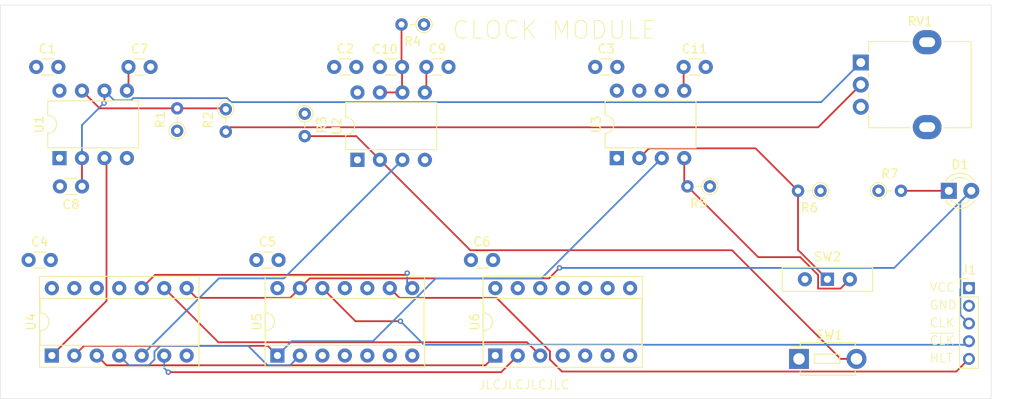
<source format=kicad_pcb>
(kicad_pcb (version 20240108) (generator "pcbnew") (generator_version "8.0")
  (title_block (title "8-bit Computer Clock Module") (date "2024-05-25") (rev "3.0") (company "NTropy"))
  (layers (0 "F.Cu" signal) (1 "In1.Cu" power "VCC.Cu") (2 "In2.Cu" power "GND.Cu") (31 "B.Cu" signal) (34 "B.Paste" user) (35 "F.Paste" user) (36 "B.SilkS" user "B.Silkscreen") (37 "F.SilkS" user "F.Silkscreen") (38 "B.Mask" user) (39 "F.Mask" user) (44 "Edge.Cuts" user))
  (net 0 "")
  (net 1 "VCC")
  (net 2 "GND")
  (net 3 "Net-(U1-CV)")
  (net 4 "Net-(U1-THR)")
  (net 5 "Net-(U2-CV)")
  (net 6 "Net-(U2-DIS)")
  (net 7 "Net-(U3-CV)")
  (net 8 "Net-(D1-K)")
  (net 9 "/CLK")
  (net 10 "/~{CLK}")
  (net 11 "/HLT")
  (net 12 "Net-(U1-DIS)")
  (net 13 "Net-(R2-Pad2)")
  (net 14 "Net-(U2-TR)")
  (net 15 "Net-(SW2-C)")
  (net 16 "Net-(SW2-A)")
  (net 18 "Net-(U1-Q)")
  (net 19 "Net-(U2-Q)")
  (net 21 "Net-(U3-Q)")
  (net 23 "Net-(U4A-1Y)")
  (net 24 "Net-(U4C-3A)")
  (net 27 "Net-(U4B-2Y)")
  (net 28 "Net-(U4C-3B)")
  (net 29 "Net-(U4B-2A)")
  (footprint "Resistor_THT:R_Axial_DIN0204_L3.6mm_D1.6mm_P2.54mm_Vertical" (layer "F.Cu") (at 247.72 46.5 180)
    (property "Reference" "R6" (at 1.27 -1.92 180) (layer "F.SilkS"))
    (property "Value" "1K")
    (fp_line (start 0.92 0) (end 1.54 0) (stroke (width 0.12)) (layer "F.SilkS"))
    (fp_circle (center 0 0) (end 0.92 0) (stroke (width 0.12)) (fill none) (layer "F.SilkS"))
    (pad "1" thru_hole circle (at 0 0 180) (size 1.4 1.4) (drill 0.7) (layers "*.Cu" "*.Mask") (net 1 "VCC"))
    (pad "2" thru_hole oval (at 2.54 0 180) (size 1.4 1.4) (drill 0.7) (layers "*.Cu" "*.Mask") (net 16 "Net-(SW2-A)"))
  )
  (footprint "Package_DIP:DIP-14_W7.62mm_Socket" (layer "F.Cu") (at 210.96 65.12 90)
    (property "Reference" "U6" (at 3.81 -2.33 -90) (layer "F.SilkS"))
    (property "Value" "74LS32")
    (fp_line (start 8.95 -1.39) (end -1.33 -1.39) (stroke (width 0.12)) (layer "F.SilkS"))
    (fp_line (start -1.33 -1.39) (end -1.33 16.63) (stroke (width 0.12)) (layer "F.SilkS"))
    (fp_line (start 6.46 -1.33) (end 4.81 -1.33) (stroke (width 0.12)) (layer "F.SilkS"))
    (fp_line (start 2.81 -1.33) (end 1.16 -1.33) (stroke (width 0.12)) (layer "F.SilkS"))
    (fp_line (start 1.16 -1.33) (end 1.16 16.57) (stroke (width 0.12)) (layer "F.SilkS"))
    (fp_line (start 6.46 16.57) (end 6.46 -1.33) (stroke (width 0.12)) (layer "F.SilkS"))
    (fp_line (start 1.16 16.57) (end 6.46 16.57) (stroke (width 0.12)) (layer "F.SilkS"))
    (fp_line (start 8.95 16.63) (end 8.95 -1.39) (stroke (width 0.12)) (layer "F.SilkS"))
    (fp_line (start -1.33 16.63) (end 8.95 16.63) (stroke (width 0.12)) (layer "F.SilkS"))
    (fp_arc (start 4.81 -1.33) (mid 3.81 -0.33) (end 2.81 -1.33) (stroke (width 0.12)) (layer "F.SilkS"))
    (pad "1" thru_hole rect (at 0 0 90) (size 1.6 1.6) (drill 0.8) (layers "*.Cu" "*.Mask") (net 23 "Net-(U4A-1Y)"))
    (pad "2" thru_hole oval (at 0 2.54 90) (size 1.6 1.6) (drill 0.8) (layers "*.Cu" "*.Mask") (net 27 "Net-(U4B-2Y)"))
    (pad "3" thru_hole oval (at 0 5.08 90) (size 1.6 1.6) (drill 0.8) (layers "*.Cu" "*.Mask") (net 24 "Net-(U4C-3A)"))
    (pad "4" thru_hole oval (at 0 7.62 90) (size 1.6 1.6) (drill 0.8) (layers "*.Cu" "*.Mask"))
    (pad "5" thru_hole oval (at 0 10.16 90) (size 1.6 1.6) (drill 0.8) (layers "*.Cu" "*.Mask"))
    (pad "6" thru_hole oval (at 0 12.7 90) (size 1.6 1.6) (drill 0.8) (layers "*.Cu" "*.Mask"))
    (pad "7" thru_hole oval (at 0 15.24 90) (size 1.6 1.6) (drill 0.8) (layers "*.Cu" "*.Mask") (net 2 "GND"))
    (pad "8" thru_hole oval (at 7.62 15.24 90) (size 1.6 1.6) (drill 0.8) (layers "*.Cu" "*.Mask"))
    (pad "9" thru_hole oval (at 7.62 12.7 90) (size 1.6 1.6) (drill 0.8) (layers "*.Cu" "*.Mask"))
    (pad "10" thru_hole oval (at 7.62 10.16 90) (size 1.6 1.6) (drill 0.8) (layers "*.Cu" "*.Mask"))
    (pad "11" thru_hole oval (at 7.62 7.62 90) (size 1.6 1.6) (drill 0.8) (layers "*.Cu" "*.Mask"))
    (pad "12" thru_hole oval (at 7.62 5.08 90) (size 1.6 1.6) (drill 0.8) (layers "*.Cu" "*.Mask"))
    (pad "13" thru_hole oval (at 7.62 2.54 90) (size 1.6 1.6) (drill 0.8) (layers "*.Cu" "*.Mask"))
    (pad "14" thru_hole oval (at 7.62 0 90) (size 1.6 1.6) (drill 0.8) (layers "*.Cu" "*.Mask") (net 1 "VCC"))
  )
  (footprint "Potentiometer_THT:Potentiometer_Alpha_RD901F-40-00D_Single_Vertical" (layer "F.Cu") (at 252.275 32)
    (property "Reference" "RV1" (at 6.71 -4.64 180) (layer "F.SilkS"))
    (property "Value" "1M")
    (fp_line (start 0.88 -2.38) (end 5.6 -2.38) (stroke (width 0.12)) (layer "F.SilkS"))
    (fp_line (start 0.88 -1.19) (end 0.88 -2.37) (stroke (width 0.12)) (layer "F.SilkS"))
    (fp_line (start 0.88 1.71) (end 0.88 1.18) (stroke (width 0.12)) (layer "F.SilkS"))
    (fp_line (start 0.88 4.16) (end 0.88 3.33) (stroke (width 0.12)) (layer "F.SilkS"))
    (fp_line (start 0.88 7.37) (end 0.88 5.88) (stroke (width 0.12)) (layer "F.SilkS"))
    (fp_line (start 0.88 7.37) (end 5.6 7.37) (stroke (width 0.12)) (layer "F.SilkS"))
    (fp_line (start 9.41 -2.37) (end 12.47 -2.37) (stroke (width 0.12)) (layer "F.SilkS"))
    (fp_line (start 9.41 7.37) (end 12.47 7.37) (stroke (width 0.12)) (layer "F.SilkS"))
    (fp_line (start 12.47 7.37) (end 12.47 -2.37) (stroke (width 0.12)) (layer "F.SilkS"))
    (pad "" thru_hole oval (at 7.5 -2.3 90) (size 2.72 3.24) (drill oval 1.1 1.8) (layers "*.Cu" "*.Mask"))
    (pad "" thru_hole oval (at 7.5 7.3 90) (size 2.72 3.24) (drill oval 1.1 1.8) (layers "*.Cu" "*.Mask"))
    (pad "1" thru_hole rect (at 0 0 90) (size 1.8 1.8) (drill 1) (layers "*.Cu" "*.Mask") (net 4 "Net-(U1-THR)"))
    (pad "2" thru_hole circle (at 0 2.5 90) (size 1.8 1.8) (drill 1) (layers "*.Cu" "*.Mask") (net 13 "Net-(R2-Pad2)"))
    (pad "3" thru_hole circle (at 0 5 90) (size 1.8 1.8) (drill 1) (layers "*.Cu" "*.Mask"))
  )
  (footprint "LED_THT:LED_D3.0mm" (layer "F.Cu") (at 262.225 46.5)
    (property "Reference" "D1" (at 1.27 -2.96 0) (layer "F.SilkS"))
    (property "Value" "BLUE	")
    (fp_line (start -0.29 -1.236) (end -0.29 -1.08) (stroke (width 0.12)) (layer "F.SilkS"))
    (fp_line (start -0.29 1.08) (end -0.29 1.236) (stroke (width 0.12)) (layer "F.SilkS"))
    (fp_arc (start -0.29 -1.235516) (mid 1.366487 -1.987659) (end 2.942335 -1.078608) (stroke (width 0.12)) (layer "F.SilkS"))
    (fp_arc (start 0.229039 -1.08) (mid 1.270117 -1.5) (end 2.31113 -1.079837) (stroke (width 0.12)) (layer "F.SilkS"))
    (fp_arc (start 2.31113 1.079837) (mid 1.270117 1.5) (end 0.229039 1.08) (stroke (width 0.12)) (layer "F.SilkS"))
    (fp_arc (start 2.942335 1.078608) (mid 1.366487 1.987659) (end -0.29 1.235516) (stroke (width 0.12)) (layer "F.SilkS"))
    (pad "1" thru_hole rect (at 0 0) (size 1.8 1.8) (drill 0.9) (layers "*.Cu" "*.Mask") (net 8 "Net-(D1-K)"))
    (pad "2" thru_hole circle (at 2.54 0) (size 1.8 1.8) (drill 0.9) (layers "*.Cu" "*.Mask") (net 9 "/CLK"))
  )
  (footprint "Package_DIP:DIP-8_W7.62mm" (layer "F.Cu") (at 224.7 42.8 90)
    (property "Reference" "U3" (at 3.81 -2.33 -90) (layer "F.SilkS"))
    (property "Value" "LM555xN")
    (fp_line (start 6.46 -1.33) (end 4.81 -1.33) (stroke (width 0.12)) (layer "F.SilkS"))
    (fp_line (start 2.81 -1.33) (end 1.16 -1.33) (stroke (width 0.12)) (layer "F.SilkS"))
    (fp_line (start 1.16 -1.33) (end 1.16 8.95) (stroke (width 0.12)) (layer "F.SilkS"))
    (fp_line (start 6.46 8.95) (end 6.46 -1.33) (stroke (width 0.12)) (layer "F.SilkS"))
    (fp_line (start 1.16 8.95) (end 6.46 8.95) (stroke (width 0.12)) (layer "F.SilkS"))
    (fp_arc (start 4.81 -1.33) (mid 3.81 -0.33) (end 2.81 -1.33) (stroke (width 0.12)) (layer "F.SilkS"))
    (pad "1" thru_hole rect (at 0 0 90) (size 1.6 1.6) (drill 0.8) (layers "*.Cu" "*.Mask") (net 2 "GND"))
    (pad "2" thru_hole oval (at 0 2.54 90) (size 1.6 1.6) (drill 0.8) (layers "*.Cu" "*.Mask") (net 16 "Net-(SW2-A)"))
    (pad "3" thru_hole oval (at 0 5.08 90) (size 1.6 1.6) (drill 0.8) (layers "*.Cu" "*.Mask") (net 21 "Net-(U3-Q)"))
    (pad "4" thru_hole oval (at 0 7.62 90) (size 1.6 1.6) (drill 0.8) (layers "*.Cu" "*.Mask") (net 15 "Net-(SW2-C)"))
    (pad "5" thru_hole oval (at 7.62 7.62 90) (size 1.6 1.6) (drill 0.8) (layers "*.Cu" "*.Mask") (net 7 "Net-(U3-CV)"))
    (pad "6" thru_hole oval (at 7.62 5.08 90) (size 1.6 1.6) (drill 0.8) (layers "*.Cu" "*.Mask") (net 2 "GND"))
    (pad "7" thru_hole oval (at 7.62 2.54 90) (size 1.6 1.6) (drill 0.8) (layers "*.Cu" "*.Mask"))
    (pad "8" thru_hole oval (at 7.62 0 90) (size 1.6 1.6) (drill 0.8) (layers "*.Cu" "*.Mask") (net 1 "VCC"))
  )
  (footprint "Capacitor_THT:C_Disc_D3.0mm_W1.6mm_P2.50mm" (layer "F.Cu") (at 159.07 32.5)
    (property "Reference" "C1" (at 1.25 -2.05 0) (layer "F.SilkS"))
    (property "Value" "0.1u")
    (fp_line (start 0.621 -0.92) (end 1.879 -0.92) (stroke (width 0.12)) (layer "F.SilkS"))
    (fp_line (start 0.621 0.92) (end 1.879 0.92) (stroke (width 0.12)) (layer "F.SilkS"))
    (pad "1" thru_hole circle (at 0 0) (size 1.6 1.6) (drill 0.8) (layers "*.Cu" "*.Mask") (net 2 "GND"))
    (pad "2" thru_hole circle (at 2.5 0) (size 1.6 1.6) (drill 0.8) (layers "*.Cu" "*.Mask") (net 1 "VCC"))
  )
  (footprint "Capacitor_THT:C_Disc_D3.0mm_W1.6mm_P2.50mm" (layer "F.Cu") (at 208.21 54.32)
    (property "Reference" "C6" (at 1.25 -2.05 0) (layer "F.SilkS"))
    (property "Value" "0.1u")
    (fp_line (start 0.621 -0.92) (end 1.879 -0.92) (stroke (width 0.12)) (layer "F.SilkS"))
    (fp_line (start 0.621 0.92) (end 1.879 0.92) (stroke (width 0.12)) (layer "F.SilkS"))
    (pad "1" thru_hole circle (at 0 0) (size 1.6 1.6) (drill 0.8) (layers "*.Cu" "*.Mask") (net 2 "GND"))
    (pad "2" thru_hole circle (at 2.5 0) (size 1.6 1.6) (drill 0.8) (layers "*.Cu" "*.Mask") (net 1 "VCC"))
  )
  (footprint "Resistor_THT:R_Axial_DIN0204_L3.6mm_D1.6mm_P2.54mm_Vertical" (layer "F.Cu") (at 235.22 46 180)
    (property "Reference" "R5" (at 1.27 -1.92 180) (layer "F.SilkS"))
    (property "Value" "1K")
    (fp_line (start 0.92 0) (end 1.54 0) (stroke (width 0.12)) (layer "F.SilkS"))
    (fp_circle (center 0 0) (end 0.92 0) (stroke (width 0.12)) (fill none) (layer "F.SilkS"))
    (pad "1" thru_hole circle (at 0 0 180) (size 1.4 1.4) (drill 0.7) (layers "*.Cu" "*.Mask") (net 1 "VCC"))
    (pad "2" thru_hole oval (at 2.54 0 180) (size 1.4 1.4) (drill 0.7) (layers "*.Cu" "*.Mask") (net 15 "Net-(SW2-C)"))
  )
  (footprint "Resistor_THT:R_Axial_DIN0204_L3.6mm_D1.6mm_P2.54mm_Vertical" (layer "F.Cu") (at 175 39.72 90)
    (property "Reference" "R1" (at 1.27 -1.92 -90) (layer "F.SilkS"))
    (property "Value" "1K")
    (fp_line (start 0.92 0) (end 1.54 0) (stroke (width 0.12)) (layer "F.SilkS"))
    (fp_circle (center 0 0) (end 0.92 0) (stroke (width 0.12)) (fill none) (layer "F.SilkS"))
    (pad "1" thru_hole circle (at 0 0 90) (size 1.4 1.4) (drill 0.7) (layers "*.Cu" "*.Mask") (net 1 "VCC"))
    (pad "2" thru_hole oval (at 2.54 0 90) (size 1.4 1.4) (drill 0.7) (layers "*.Cu" "*.Mask") (net 12 "Net-(U1-DIS)"))
  )
  (footprint "Resistor_THT:R_Axial_DIN0204_L3.6mm_D1.6mm_P2.54mm_Vertical" (layer "F.Cu") (at 189.42 37.78 -90)
    (property "Reference" "R3" (at 1.27 -1.92 90) (layer "F.SilkS"))
    (property "Value" "1K")
    (fp_line (start 0.92 0) (end 1.54 0) (stroke (width 0.12)) (layer "F.SilkS"))
    (fp_circle (center 0 0) (end 0.92 0) (stroke (width 0.12)) (fill none) (layer "F.SilkS"))
    (pad "1" thru_hole circle (at 0 0 270) (size 1.4 1.4) (drill 0.7) (layers "*.Cu" "*.Mask") (net 1 "VCC"))
    (pad "2" thru_hole oval (at 2.54 0 270) (size 1.4 1.4) (drill 0.7) (layers "*.Cu" "*.Mask") (net 14 "Net-(U2-TR)"))
  )
  (footprint "Capacitor_THT:C_Disc_D3.0mm_W1.6mm_P2.50mm" (layer "F.Cu") (at 192.75 32.5)
    (property "Reference" "C2" (at 1.25 -2.05 0) (layer "F.SilkS"))
    (property "Value" "0.1u")
    (fp_line (start 0.621 -0.92) (end 1.879 -0.92) (stroke (width 0.12)) (layer "F.SilkS"))
    (fp_line (start 0.621 0.92) (end 1.879 0.92) (stroke (width 0.12)) (layer "F.SilkS"))
    (pad "1" thru_hole circle (at 0 0) (size 1.6 1.6) (drill 0.8) (layers "*.Cu" "*.Mask") (net 2 "GND"))
    (pad "2" thru_hole circle (at 2.5 0) (size 1.6 1.6) (drill 0.8) (layers "*.Cu" "*.Mask") (net 1 "VCC"))
  )
  (footprint "Capacitor_THT:C_Disc_D3.0mm_W1.6mm_P2.50mm" (layer "F.Cu") (at 169.5 32.5)
    (property "Reference" "C7" (at 1.25 -2.05 0) (layer "F.SilkS"))
    (property "Value" "0.01u")
    (fp_line (start 0.621 -0.92) (end 1.879 -0.92) (stroke (width 0.12)) (layer "F.SilkS"))
    (fp_line (start 0.621 0.92) (end 1.879 0.92) (stroke (width 0.12)) (layer "F.SilkS"))
    (pad "1" thru_hole circle (at 0 0) (size 1.6 1.6) (drill 0.8) (layers "*.Cu" "*.Mask") (net 3 "Net-(U1-CV)"))
    (pad "2" thru_hole circle (at 2.5 0) (size 1.6 1.6) (drill 0.8) (layers "*.Cu" "*.Mask") (net 2 "GND"))
  )
  (footprint "Capacitor_THT:C_Disc_D3.0mm_W1.6mm_P2.50mm" (layer "F.Cu") (at 158.21 54.32)
    (property "Reference" "C4" (at 1.25 -2.05 0) (layer "F.SilkS"))
    (property "Value" "0.1u")
    (fp_line (start 0.621 -0.92) (end 1.879 -0.92) (stroke (width 0.12)) (layer "F.SilkS"))
    (fp_line (start 0.621 0.92) (end 1.879 0.92) (stroke (width 0.12)) (layer "F.SilkS"))
    (pad "1" thru_hole circle (at 0 0) (size 1.6 1.6) (drill 0.8) (layers "*.Cu" "*.Mask") (net 2 "GND"))
    (pad "2" thru_hole circle (at 2.5 0) (size 1.6 1.6) (drill 0.8) (layers "*.Cu" "*.Mask") (net 1 "VCC"))
  )
  (footprint "Capacitor_THT:C_Disc_D3.0mm_W1.6mm_P2.50mm" (layer "F.Cu") (at 200.42 32.5 180)
    (property "Reference" "C10" (at 1.92 2 180) (layer "F.SilkS"))
    (property "Value" "0.1u")
    (fp_line (start 0.621 0.92) (end 1.879 0.92) (stroke (width 0.12)) (layer "F.SilkS"))
    (fp_line (start 0.621 -0.92) (end 1.879 -0.92) (stroke (width 0.12)) (layer "F.SilkS"))
    (pad "1" thru_hole circle (at 0 0 180) (size 1.6 1.6) (drill 0.8) (layers "*.Cu" "*.Mask") (net 6 "Net-(U2-DIS)"))
    (pad "2" thru_hole circle (at 2.5 0 180) (size 1.6 1.6) (drill 0.8) (layers "*.Cu" "*.Mask") (net 2 "GND"))
  )
  (footprint "Resistor_THT:R_Axial_DIN0204_L3.6mm_D1.6mm_P2.54mm_Vertical" (layer "F.Cu") (at 202.9 27.7 180)
    (property "Reference" "R4" (at 1.27 -1.92 180) (layer "F.SilkS"))
    (property "Value" "1K")
    (fp_line (start 0.92 0) (end 1.54 0) (stroke (width 0.12)) (layer "F.SilkS"))
    (fp_circle (center 0 0) (end 0.92 0) (stroke (width 0.12)) (fill none) (layer "F.SilkS"))
    (pad "1" thru_hole circle (at 0 0 180) (size 1.4 1.4) (drill 0.7) (layers "*.Cu" "*.Mask") (net 1 "VCC"))
    (pad "2" thru_hole oval (at 2.54 0 180) (size 1.4 1.4) (drill 0.7) (layers "*.Cu" "*.Mask") (net 6 "Net-(U2-DIS)"))
  )
  (footprint "Connector_PinHeader_2.00mm:PinHeader_1x05_P2.00mm_Vertical" (layer "F.Cu") (at 264.5 57.5)
    (property "Reference" "J1" (at 0 -2.06 0) (layer "F.SilkS"))
    (property "Value" "Conn_01x05_Pin")
    (fp_line (start -1.06 -1.06) (end 0 -1.06) (stroke (width 0.12)) (layer "F.SilkS"))
    (fp_line (start -1.06 0) (end -1.06 -1.06) (stroke (width 0.12)) (layer "F.SilkS"))
    (fp_line (start -1.06 1) (end -1.06 9.06) (stroke (width 0.12)) (layer "F.SilkS"))
    (fp_line (start -1.06 1) (end 1.06 1) (stroke (width 0.12)) (layer "F.SilkS"))
    (fp_line (start -1.06 9.06) (end 1.06 9.06) (stroke (width 0.12)) (layer "F.SilkS"))
    (fp_line (start 1.06 1) (end 1.06 9.06) (stroke (width 0.12)) (layer "F.SilkS"))
    (pad "1" thru_hole rect (at 0 0) (size 1.35 1.35) (drill 0.8) (layers "*.Cu" "*.Mask") (net 1 "VCC"))
    (pad "2" thru_hole oval (at 0 2) (size 1.35 1.35) (drill 0.8) (layers "*.Cu" "*.Mask") (net 2 "GND"))
    (pad "3" thru_hole oval (at 0 4) (size 1.35 1.35) (drill 0.8) (layers "*.Cu" "*.Mask") (net 9 "/CLK"))
    (pad "4" thru_hole oval (at 0 6) (size 1.35 1.35) (drill 0.8) (layers "*.Cu" "*.Mask") (net 10 "/~{CLK}"))
    (pad "5" thru_hole oval (at 0 8) (size 1.35 1.35) (drill 0.8) (layers "*.Cu" "*.Mask") (net 11 "/HLT"))
  )
  (footprint "Button_Switch_THT:SW_PUSH_1P1T_6x3.5mm_H5.0_APEM_MJTP1250" (layer "F.Cu") (at 245.29 65.5)
    (property "Reference" "SW1" (at 3.42 -2.7 0) (layer "F.SilkS"))
    (property "Value" "SW_Push")
    (fp_line (start 0.15 -1.85) (end 0.15 -1.39) (stroke (width 0.12)) (layer "F.SilkS"))
    (fp_line (start 0.15 -1.39) (end -0.85 -1.39) (stroke (width 0.12)) (layer "F.SilkS"))
    (fp_line (start 0.15 1.39) (end 0.15 1.85) (stroke (width 0.12)) (layer "F.SilkS"))
    (fp_line (start 0.15 1.85) (end 6.35 1.85) (stroke (width 0.12)) (layer "F.SilkS"))
    (fp_line (start 6.35 -1.85) (end 0.15 -1.85) (stroke (width 0.12)) (layer "F.SilkS"))
    (fp_line (start 6.35 -1.85) (end 6.35 -1.39) (stroke (width 0.12)) (layer "F.SilkS"))
    (fp_line (start 6.35 1.39) (end 6.35 1.85) (stroke (width 0.12)) (layer "F.SilkS"))
    (fp_rect (start 1.75 -0.55) (end 4.6 0.5) (stroke (width 0.12)) (fill none) (layer "F.SilkS"))
    (pad "1" thru_hole rect (at 0 0 90) (size 2.25 2.25) (drill 1.3) (layers "*.Cu" "*.Mask") (net 2 "GND"))
    (pad "2" thru_hole circle (at 6.5 0 90) (size 2.25 2.25) (drill 1.3) (layers "*.Cu" "*.Mask") (net 14 "Net-(U2-TR)"))
  )
  (footprint "Capacitor_THT:C_Disc_D3.0mm_W1.6mm_P2.50mm" (layer "F.Cu") (at 222.25 32.5)
    (property "Reference" "C3" (at 1.25 -2.05 0) (layer "F.SilkS"))
    (property "Value" "0.1u")
    (fp_line (start 0.621 -0.92) (end 1.879 -0.92) (stroke (width 0.12)) (layer "F.SilkS"))
    (fp_line (start 0.621 0.92) (end 1.879 0.92) (stroke (width 0.12)) (layer "F.SilkS"))
    (pad "1" thru_hole circle (at 0 0) (size 1.6 1.6) (drill 0.8) (layers "*.Cu" "*.Mask") (net 2 "GND"))
    (pad "2" thru_hole circle (at 2.5 0) (size 1.6 1.6) (drill 0.8) (layers "*.Cu" "*.Mask") (net 1 "VCC"))
  )
  (footprint "Package_DIP:DIP-14_W7.62mm_Socket" (layer "F.Cu") (at 186.335 65.12 90)
    (property "Reference" "U5" (at 3.81 -2.33 -90) (layer "F.SilkS"))
    (property "Value" "74LS04")
    (fp_line (start 8.95 -1.39) (end -1.33 -1.39) (stroke (width 0.12)) (layer "F.SilkS"))
    (fp_line (start -1.33 -1.39) (end -1.33 16.63) (stroke (width 0.12)) (layer "F.SilkS"))
    (fp_line (start 6.46 -1.33) (end 4.81 -1.33) (stroke (width 0.12)) (layer "F.SilkS"))
    (fp_line (start 2.81 -1.33) (end 1.16 -1.33) (stroke (width 0.12)) (layer "F.SilkS"))
    (fp_line (start 1.16 -1.33) (end 1.16 16.57) (stroke (width 0.12)) (layer "F.SilkS"))
    (fp_line (start 6.46 16.57) (end 6.46 -1.33) (stroke (width 0.12)) (layer "F.SilkS"))
    (fp_line (start 1.16 16.57) (end 6.46 16.57) (stroke (width 0.12)) (layer "F.SilkS"))
    (fp_line (start 8.95 16.63) (end 8.95 -1.39) (stroke (width 0.12)) (layer "F.SilkS"))
    (fp_line (start -1.33 16.63) (end 8.95 16.63) (stroke (width 0.12)) (layer "F.SilkS"))
    (fp_arc (start 4.81 -1.33) (mid 3.81 -0.33) (end 2.81 -1.33) (stroke (width 0.12)) (layer "F.SilkS"))
    (pad "1" thru_hole rect (at 0 0 90) (size 1.6 1.6) (drill 0.8) (layers "*.Cu" "*.Mask") (net 21 "Net-(U3-Q)"))
    (pad "2" thru_hole oval (at 0 2.54 90) (size 1.6 1.6) (drill 0.8) (layers "*.Cu" "*.Mask") (net 29 "Net-(U4B-2A)"))
    (pad "3" thru_hole oval (at 0 5.08 90) (size 1.6 1.6) (drill 0.8) (layers "*.Cu" "*.Mask"))
    (pad "4" thru_hole oval (at 0 7.62 90) (size 1.6 1.6) (drill 0.8) (layers "*.Cu" "*.Mask"))
    (pad "5" thru_hole oval (at 0 10.16 90) (size 1.6 1.6) (drill 0.8) (layers "*.Cu" "*.Mask"))
    (pad "6" thru_hole oval (at 0 12.7 90) (size 1.6 1.6) (drill 0.8) (layers "*.Cu" "*.Mask"))
    (pad "7" thru_hole oval (at 0 15.24 90) (size 1.6 1.6) (drill 0.8) (layers "*.Cu" "*.Mask") (net 2 "GND"))
    (pad "8" thru_hole oval (at 7.62 15.24 90) (size 1.6 1.6) (drill 0.8) (layers "*.Cu" "*.Mask") (net 28 "Net-(U4C-3B)"))
    (pad "9" thru_hole oval (at 7.62 12.7 90) (size 1.6 1.6) (drill 0.8) (layers "*.Cu" "*.Mask") (net 11 "/HLT"))
    (pad "10" thru_hole oval (at 7.62 10.16 90) (size 1.6 1.6) (drill 0.8) (layers "*.Cu" "*.Mask"))
    (pad "11" thru_hole oval (at 7.62 7.62 90) (size 1.6 1.6) (drill 0.8) (layers "*.Cu" "*.Mask"))
    (pad "12" thru_hole oval (at 7.62 5.08 90) (size 1.6 1.6) (drill 0.8) (layers "*.Cu" "*.Mask") (net 10 "/~{CLK}"))
    (pad "13" thru_hole oval (at 7.62 2.54 90) (size 1.6 1.6) (drill 0.8) (layers "*.Cu" "*.Mask") (net 9 "/CLK"))
    (pad "14" thru_hole oval (at 7.62 0 90) (size 1.6 1.6) (drill 0.8) (layers "*.Cu" "*.Mask") (net 1 "VCC"))
  )
  (footprint "Resistor_THT:R_Axial_DIN0204_L3.6mm_D1.6mm_P2.54mm_Vertical" (layer "F.Cu") (at 180.5 37.28 -90)
    (property "Reference" "R2" (at 1.22 2 90) (layer "F.SilkS"))
    (property "Value" "1K")
    (fp_line (start 0.92 0) (end 1.54 0) (stroke (width 0.12)) (layer "F.SilkS"))
    (fp_circle (center 0 0) (end 0.92 0) (stroke (width 0.12)) (fill none) (layer "F.SilkS"))
    (pad "1" thru_hole circle (at 0 0 270) (size 1.4 1.4) (drill 0.7) (layers "*.Cu" "*.Mask") (net 12 "Net-(U1-DIS)"))
    (pad "2" thru_hole oval (at 2.54 0 270) (size 1.4 1.4) (drill 0.7) (layers "*.Cu" "*.Mask") (net 13 "Net-(R2-Pad2)"))
  )
  (footprint "Capacitor_THT:C_Disc_D3.0mm_W1.6mm_P2.50mm" (layer "F.Cu") (at 183.96 54.32)
    (property "Reference" "C5" (at 1.25 -2.05 0) (layer "F.SilkS"))
    (property "Value" "0.1u")
    (fp_line (start 0.621 -0.92) (end 1.879 -0.92) (stroke (width 0.12)) (layer "F.SilkS"))
    (fp_line (start 0.621 0.92) (end 1.879 0.92) (stroke (width 0.12)) (layer "F.SilkS"))
    (pad "1" thru_hole circle (at 0 0) (size 1.6 1.6) (drill 0.8) (layers "*.Cu" "*.Mask") (net 2 "GND"))
    (pad "2" thru_hole circle (at 2.5 0) (size 1.6 1.6) (drill 0.8) (layers "*.Cu" "*.Mask") (net 1 "VCC"))
  )
  (footprint "Package_DIP:DIP-8_W7.62mm" (layer "F.Cu") (at 161.7 42.8 90)
    (property "Reference" "U1" (at 3.81 -2.33 -90) (layer "F.SilkS"))
    (property "Value" "LM555xN")
    (fp_line (start 6.46 -1.33) (end 4.81 -1.33) (stroke (width 0.12)) (layer "F.SilkS"))
    (fp_line (start 2.81 -1.33) (end 1.16 -1.33) (stroke (width 0.12)) (layer "F.SilkS"))
    (fp_line (start 1.16 -1.33) (end 1.16 8.95) (stroke (width 0.12)) (layer "F.SilkS"))
    (fp_line (start 6.46 8.95) (end 6.46 -1.33) (stroke (width 0.12)) (layer "F.SilkS"))
    (fp_line (start 1.16 8.95) (end 6.46 8.95) (stroke (width 0.12)) (layer "F.SilkS"))
    (fp_arc (start 4.81 -1.33) (mid 3.81 -0.33) (end 2.81 -1.33) (stroke (width 0.12)) (layer "F.SilkS"))
    (pad "1" thru_hole rect (at 0 0 90) (size 1.6 1.6) (drill 0.8) (layers "*.Cu" "*.Mask") (net 2 "GND"))
    (pad "2" thru_hole oval (at 0 2.54 90) (size 1.6 1.6) (drill 0.8) (layers "*.Cu" "*.Mask") (net 4 "Net-(U1-THR)"))
    (pad "3" thru_hole oval (at 0 5.08 90) (size 1.6 1.6) (drill 0.8) (layers "*.Cu" "*.Mask") (net 18 "Net-(U1-Q)"))
    (pad "4" thru_hole oval (at 0 7.62 90) (size 1.6 1.6) (drill 0.8) (layers "*.Cu" "*.Mask") (net 1 "VCC"))
    (pad "5" thru_hole oval (at 7.62 7.62 90) (size 1.6 1.6) (drill 0.8) (layers "*.Cu" "*.Mask") (net 3 "Net-(U1-CV)"))
    (pad "6" thru_hole oval (at 7.62 5.08 90) (size 1.6 1.6) (drill 0.8) (layers "*.Cu" "*.Mask") (net 4 "Net-(U1-THR)"))
    (pad "7" thru_hole oval (at 7.62 2.54 90) (size 1.6 1.6) (drill 0.8) (layers "*.Cu" "*.Mask") (net 12 "Net-(U1-DIS)"))
    (pad "8" thru_hole oval (at 7.62 0 90) (size 1.6 1.6) (drill 0.8) (layers "*.Cu" "*.Mask") (net 1 "VCC"))
  )
  (footprint "Capacitor_THT:C_Disc_D3.0mm_W1.6mm_P2.50mm" (layer "F.Cu") (at 164.25 46 180)
    (property "Reference" "C8" (at 1.25 -2.05 180) (layer "F.SilkS"))
    (property "Value" "1u")
    (fp_line (start 0.621 0.92) (end 1.879 0.92) (stroke (width 0.12)) (layer "F.SilkS"))
    (fp_line (start 0.621 -0.92) (end 1.879 -0.92) (stroke (width 0.12)) (layer "F.SilkS"))
    (pad "1" thru_hole circle (at 0 0 180) (size 1.6 1.6) (drill 0.8) (layers "*.Cu" "*.Mask") (net 4 "Net-(U1-THR)"))
    (pad "2" thru_hole circle (at 2.5 0 180) (size 1.6 1.6) (drill 0.8) (layers "*.Cu" "*.Mask") (net 2 "GND"))
  )
  (footprint "Capacitor_THT:C_Disc_D3.0mm_W1.6mm_P2.50mm" (layer "F.Cu") (at 203.17 32.5)
    (property "Reference" "C9" (at 1.25 -2.05 0) (layer "F.SilkS"))
    (property "Value" "0.01u")
    (fp_line (start 0.621 -0.92) (end 1.879 -0.92) (stroke (width 0.12)) (layer "F.SilkS"))
    (fp_line (start 0.621 0.92) (end 1.879 0.92) (stroke (width 0.12)) (layer "F.SilkS"))
    (pad "1" thru_hole circle (at 0 0) (size 1.6 1.6) (drill 0.8) (layers "*.Cu" "*.Mask") (net 5 "Net-(U2-CV)"))
    (pad "2" thru_hole circle (at 2.5 0) (size 1.6 1.6) (drill 0.8) (layers "*.Cu" "*.Mask") (net 2 "GND"))
  )
  (footprint "Capacitor_THT:C_Disc_D3.0mm_W1.6mm_P2.50mm" (layer "F.Cu") (at 232.25 32.5)
    (property "Reference" "C11" (at 1.25 -2.05 0) (layer "F.SilkS"))
    (property "Value" "0.01u")
    (fp_line (start 0.621 -0.92) (end 1.879 -0.92) (stroke (width 0.12)) (layer "F.SilkS"))
    (fp_line (start 0.621 0.92) (end 1.879 0.92) (stroke (width 0.12)) (layer "F.SilkS"))
    (pad "1" thru_hole circle (at 0 0) (size 1.6 1.6) (drill 0.8) (layers "*.Cu" "*.Mask") (net 7 "Net-(U3-CV)"))
    (pad "2" thru_hole circle (at 2.5 0) (size 1.6 1.6) (drill 0.8) (layers "*.Cu" "*.Mask") (net 2 "GND"))
  )
  (footprint "Button_Switch_THT:SW_Slide-03_Wuerth-WS-SLTV_10x2.5x6.4_P2.54mm" (layer "F.Cu") (at 248.5 56.5)
    (property "Reference" "SW2" (at 0 -2.54 0) (layer "F.SilkS"))
    (property "Value" "SW_SPDT")
    (fp_rect (start -5.11 -1.36) (end 5.11 1.36) (stroke (width 0.12)) (fill none) (layer "F.SilkS"))
    (pad "1" thru_hole rect (at 0 0) (size 1.5 1.5) (drill 0.8) (layers "*.Cu" "*.Mask") (net 16 "Net-(SW2-A)"))
    (pad "2" thru_hole circle (at -2.54 0) (size 1.6 1.6) (drill 0.8) (layers "*.Cu" "*.Mask") (net 2 "GND"))
    (pad "3" thru_hole circle (at 2.54 0) (size 1.6 1.6) (drill 0.8) (layers "*.Cu" "*.Mask") (net 15 "Net-(SW2-C)"))
  )
  (footprint "Package_DIP:DIP-8_W7.62mm" (layer "F.Cu") (at 195.38 43 90)
    (property "Reference" "U2" (at 3.81 -2.33 -90) (layer "F.SilkS"))
    (property "Value" "LM555xN")
    (fp_line (start 6.46 -1.33) (end 4.81 -1.33) (stroke (width 0.12)) (layer "F.SilkS"))
    (fp_line (start 2.81 -1.33) (end 1.16 -1.33) (stroke (width 0.12)) (layer "F.SilkS"))
    (fp_line (start 1.16 -1.33) (end 1.16 8.95) (stroke (width 0.12)) (layer "F.SilkS"))
    (fp_line (start 6.46 8.95) (end 6.46 -1.33) (stroke (width 0.12)) (layer "F.SilkS"))
    (fp_line (start 1.16 8.95) (end 6.46 8.95) (stroke (width 0.12)) (layer "F.SilkS"))
    (fp_arc (start 4.81 -1.33) (mid 3.81 -0.33) (end 2.81 -1.33) (stroke (width 0.12)) (layer "F.SilkS"))
    (pad "1" thru_hole rect (at 0 0 90) (size 1.6 1.6) (drill 0.8) (layers "*.Cu" "*.Mask") (net 2 "GND"))
    (pad "2" thru_hole oval (at 0 2.54 90) (size 1.6 1.6) (drill 0.8) (layers "*.Cu" "*.Mask") (net 14 "Net-(U2-TR)"))
    (pad "3" thru_hole oval (at 0 5.08 90) (size 1.6 1.6) (drill 0.8) (layers "*.Cu" "*.Mask") (net 19 "Net-(U2-Q)"))
    (pad "4" thru_hole oval (at 0 7.62 90) (size 1.6 1.6) (drill 0.8) (layers "*.Cu" "*.Mask") (net 1 "VCC"))
    (pad "5" thru_hole oval (at 7.62 7.62 90) (size 1.6 1.6) (drill 0.8) (layers "*.Cu" "*.Mask") (net 5 "Net-(U2-CV)"))
    (pad "6" thru_hole oval (at 7.62 5.08 90) (size 1.6 1.6) (drill 0.8) (layers "*.Cu" "*.Mask") (net 6 "Net-(U2-DIS)"))
    (pad "7" thru_hole oval (at 7.62 2.54 90) (size 1.6 1.6) (drill 0.8) (layers "*.Cu" "*.Mask") (net 6 "Net-(U2-DIS)"))
    (pad "8" thru_hole oval (at 7.62 0 90) (size 1.6 1.6) (drill 0.8) (layers "*.Cu" "*.Mask") (net 1 "VCC"))
  )
  (footprint "Resistor_THT:R_Axial_DIN0204_L3.6mm_D1.6mm_P2.54mm_Vertical" (layer "F.Cu") (at 254.28 46.5)
    (property "Reference" "R7" (at 1.27 -1.92 0) (layer "F.SilkS"))
    (property "Value" "220")
    (fp_line (start 0.92 0) (end 1.54 0) (stroke (width 0.12)) (layer "F.SilkS"))
    (fp_circle (center 0 0) (end 0.92 0) (stroke (width 0.12)) (fill none) (layer "F.SilkS"))
    (pad "1" thru_hole circle (at 0 0) (size 1.4 1.4) (drill 0.7) (layers "*.Cu" "*.Mask") (net 2 "GND"))
    (pad "2" thru_hole oval (at 2.54 0) (size 1.4 1.4) (drill 0.7) (layers "*.Cu" "*.Mask") (net 8 "Net-(D1-K)"))
  )
  (footprint "Package_DIP:DIP-14_W7.62mm_Socket" (layer "F.Cu") (at 160.835 65.12 90)
    (property "Reference" "U4" (at 3.81 -2.33 -90) (layer "F.SilkS"))
    (property "Value" "74LS08")
    (fp_line (start 8.95 -1.39) (end -1.33 -1.39) (stroke (width 0.12)) (layer "F.SilkS"))
    (fp_line (start -1.33 -1.39) (end -1.33 16.63) (stroke (width 0.12)) (layer "F.SilkS"))
    (fp_line (start 6.46 -1.33) (end 4.81 -1.33) (stroke (width 0.12)) (layer "F.SilkS"))
    (fp_line (start 2.81 -1.33) (end 1.16 -1.33) (stroke (width 0.12)) (layer "F.SilkS"))
    (fp_line (start 1.16 -1.33) (end 1.16 16.57) (stroke (width 0.12)) (layer "F.SilkS"))
    (fp_line (start 6.46 16.57) (end 6.46 -1.33) (stroke (width 0.12)) (layer "F.SilkS"))
    (fp_line (start 1.16 16.57) (end 6.46 16.57) (stroke (width 0.12)) (layer "F.SilkS"))
    (fp_line (start 8.95 16.63) (end 8.95 -1.39) (stroke (width 0.12)) (layer "F.SilkS"))
    (fp_line (start -1.33 16.63) (end 8.95 16.63) (stroke (width 0.12)) (layer "F.SilkS"))
    (fp_arc (start 4.81 -1.33) (mid 3.81 -0.33) (end 2.81 -1.33) (stroke (width 0.12)) (layer "F.SilkS"))
    (pad "1" thru_hole rect (at 0 0 90) (size 1.6 1.6) (drill 0.8) (layers "*.Cu" "*.Mask") (net 18 "Net-(U1-Q)"))
    (pad "2" thru_hole oval (at 0 2.54 90) (size 1.6 1.6) (drill 0.8) (layers "*.Cu" "*.Mask") (net 21 "Net-(U3-Q)"))
    (pad "3" thru_hole oval (at 0 5.08 90) (size 1.6 1.6) (drill 0.8) (layers "*.Cu" "*.Mask") (net 23 "Net-(U4A-1Y)"))
    (pad "4" thru_hole oval (at 0 7.62 90) (size 1.6 1.6) (drill 0.8) (layers "*.Cu" "*.Mask") (net 29 "Net-(U4B-2A)"))
    (pad "5" thru_hole oval (at 0 10.16 90) (size 1.6 1.6) (drill 0.8) (layers "*.Cu" "*.Mask") (net 19 "Net-(U2-Q)"))
    (pad "6" thru_hole oval (at 0 12.7 90) (size 1.6 1.6) (drill 0.8) (layers "*.Cu" "*.Mask") (net 27 "Net-(U4B-2Y)"))
    (pad "7" thru_hole oval (at 0 15.24 90) (size 1.6 1.6) (drill 0.8) (layers "*.Cu" "*.Mask") (net 2 "GND"))
    (pad "8" thru_hole oval (at 7.62 15.24 90) (size 1.6 1.6) (drill 0.8) (layers "*.Cu" "*.Mask") (net 9 "/CLK"))
    (pad "9" thru_hole oval (at 7.62 12.7 90) (size 1.6 1.6) (drill 0.8) (layers "*.Cu" "*.Mask") (net 24 "Net-(U4C-3A)"))
    (pad "10" thru_hole oval (at 7.62 10.16 90) (size 1.6 1.6) (drill 0.8) (layers "*.Cu" "*.Mask") (net 28 "Net-(U4C-3B)"))
    (pad "11" thru_hole oval (at 7.62 7.62 90) (size 1.6 1.6) (drill 0.8) (layers "*.Cu" "*.Mask"))
    (pad "12" thru_hole oval (at 7.62 5.08 90) (size 1.6 1.6) (drill 0.8) (layers "*.Cu" "*.Mask"))
    (pad "13" thru_hole oval (at 7.62 2.54 90) (size 1.6 1.6) (drill 0.8) (layers "*.Cu" "*.Mask"))
    (pad "14" thru_hole oval (at 7.62 0 90) (size 1.6 1.6) (drill 0.8) (layers "*.Cu" "*.Mask") (net 1 "VCC"))
  )
  (gr_rect (start 155 25.5) (end 267 70) (stroke (width 0.05)) (fill none) (layer "Edge.Cuts"))
  (gr_text "HLT" (at 260 66 0) (layer "F.SilkS") (effects (font (size 1 1) (thickness 0.1)) (justify left bottom)))
  (gr_text "CLK" (at 260 62 0) (layer "F.SilkS") (effects (font (size 1 1) (thickness 0.1)) (justify left bottom)))
  (gr_text "GND" (at 260 60 0) (layer "F.SilkS") (effects (font (size 1 1) (thickness 0.1)) (justify left bottom)))
  (gr_text "VCC" (at 260 58 0) (layer "F.SilkS") (effects (font (size 1 1) (thickness 0.1)) (justify left bottom)))
  (gr_text "JLCJLCJLCJLC" (at 209 69 0) (layer "F.SilkS") (effects (font (size 1 1) (thickness 0.1)) (justify left bottom)))
  (gr_text "~{CLK}" (at 260 64 0) (layer "F.SilkS") (effects (font (size 1 1) (thickness 0.1)) (justify left bottom)))
  (gr_text "CLOCK MODULE" (at 206 29.5 0) (layer "F.SilkS") (effects (font (size 2 2) (thickness 0.1)) (justify left bottom)))
  (segment (start 224.75 35.13) (end 224.7 35.18) (width 0.2) (layer "F.Cu") (net 1))
  (segment (start 161.57 35.05) (end 161.7 35.18) (width 0.2) (layer "F.Cu") (net 1))
  (segment (start 210.71 57.25) (end 210.96 57.5) (width 0.2) (layer "F.Cu") (net 1))
  (segment (start 186.46 57.375) (end 186.335 57.5) (width 0.2) (layer "F.Cu") (net 1))
  (segment (start 160.71 57.375) (end 160.835 57.5) (width 0.2) (layer "F.Cu") (net 1))
  (segment (start 169.5 32.5) (end 169.5 35) (width 0.2) (layer "F.Cu") (net 3))
  (segment (start 169.5 35) (end 169.32 35.18) (width 0.2) (layer "F.Cu") (net 3))
  (segment (start 166.78 36.533316) (end 166.733316 36.58) (width 0.2) (layer "F.Cu") (net 4))
  (segment (start 166.78 35.18) (end 166.78 36.533316) (width 0.2) (layer "F.Cu") (net 4))
  (segment (start 164.24 42.8) (end 164.24 45.99) (width 0.2) (layer "F.Cu") (net 4))
  (segment (start 164.24 45.99) (end 164.25 46) (width 0.2) (layer "F.Cu") (net 4))
  (via (at 166.733316 36.58) (size 0.6) (drill 0.3) (layers "F.Cu" "B.Cu") (net 4))
  (segment (start 164.24 39.073316) (end 164.24 42.8) (width 0.2) (layer "B.Cu") (net 4))
  (segment (start 247.795 36.48) (end 181.114214 36.48) (width 0.2) (layer "B.Cu") (net 4))
  (segment (start 170.027817 36.027818) (end 169.775635 36.28) (width 0.2) (layer "B.Cu") (net 4))
  (segment (start 166.733316 36.58) (end 164.24 39.073316) (width 0.2) (layer "B.Cu") (net 4))
  (segment (start 169.775635 36.28) (end 167.88 36.28) (width 0.2) (layer "B.Cu") (net 4))
  (segment (start 167.88 36.28) (end 166.78 35.18) (width 0.2) (layer "B.Cu") (net 4))
  (segment (start 180.662032 36.027818) (end 170.027817 36.027818) (width 0.2) (layer "B.Cu") (net 4))
  (segment (start 252.275 32) (end 247.795 36.48) (width 0.2) (layer "B.Cu") (net 4))
  (segment (start 181.114214 36.48) (end 180.662032 36.027818) (width 0.2) (layer "B.Cu") (net 4))
  (segment (start 203.17 35.21) (end 203 35.38) (width 0.2) (layer "F.Cu") (net 5))
  (segment (start 203.17 32.5) (end 203.17 35.21) (width 0.2) (layer "F.Cu") (net 5))
  (segment (start 200.42 32.5) (end 200.42 35.34) (width 0.2) (layer "F.Cu") (net 6))
  (segment (start 200.36 32.44) (end 200.42 32.5) (width 0.2) (layer "F.Cu") (net 6))
  (segment (start 200.36 27.7) (end 200.36 32.44) (width 0.2) (layer "F.Cu") (net 6))
  (segment (start 200.42 35.34) (end 200.46 35.38) (width 0.2) (layer "F.Cu") (net 6))
  (segment (start 200.46 35.38) (end 197.92 35.38) (width 0.2) (layer "F.Cu") (net 6))
  (segment (start 232.25 32.5) (end 232.25 35.11) (width 0.2) (layer "F.Cu") (net 7))
  (segment (start 232.25 35.11) (end 232.32 35.18) (width 0.2) (layer "F.Cu") (net 7))
  (segment (start 262.225 46.5) (end 256.82 46.5) (width 0.2) (layer "F.Cu") (net 8))
  (segment (start 189.975 56.4) (end 188.875 57.5) (width 0.2) (layer "F.Cu") (net 9))
  (segment (start 218.214265 55.214265) (end 217.02853 56.4) (width 0.2) (layer "F.Cu") (net 9))
  (segment (start 187.775 58.6) (end 177.175 58.6) (width 0.2) (layer "F.Cu") (net 9))
  (segment (start 188.875 57.5) (end 187.775 58.6) (width 0.2) (layer "F.Cu") (net 9))
  (segment (start 177.175 58.6) (end 176.075 57.5) (width 0.2) (layer "F.Cu") (net 9))
  (segment (start 217.02853 56.4) (end 189.975 56.4) (width 0.2) (layer "F.Cu") (net 9))
  (via (at 218.214265 55.214265) (size 0.6) (drill 0.3) (layers "F.Cu" "B.Cu") (net 9))
  (segment (start 264.5 61.5) (end 263.525 60.525) (width 0.2) (layer "B.Cu") (net 9))
  (segment (start 263.525 47.74) (end 264.765 46.5) (width 0.2) (layer "B.Cu") (net 9))
  (segment (start 264.765 46.5) (end 256.050735 55.214265) (width 0.2) (layer "B.Cu") (net 9))
  (segment (start 263.525 60.525) (end 263.525 47.74) (width 0.2) (layer "B.Cu") (net 9))
  (segment (start 256.050735 55.214265) (end 218.214265 55.214265) (width 0.2) (layer "B.Cu") (net 9))
  (segment (start 195.154581 61.239581) (end 191.415 57.5) (width 0.2) (layer "F.Cu") (net 10))
  (segment (start 200.239583 61.239581) (end 195.154581 61.239581) (width 0.2) (layer "F.Cu") (net 10))
  (via (at 200.239583 61.239581) (size 0.6) (drill 0.3) (layers "F.Cu" "B.Cu") (net 10))
  (segment (start 202.900002 63.9) (end 200.239583 61.239581) (width 0.2) (layer "B.Cu") (net 10))
  (segment (start 264.1 63.9) (end 202.900002 63.9) (width 0.2) (layer "B.Cu") (net 10))
  (segment (start 264.5 63.5) (end 264.1 63.9) (width 0.2) (layer "B.Cu") (net 10))
  (segment (start 263.075 66.925) (end 218.489365 66.925) (width 0.2) (layer "F.Cu") (net 11))
  (segment (start 264.5 65.5) (end 263.075 66.925) (width 0.2) (layer "F.Cu") (net 11))
  (segment (start 217.14 64.64) (end 211.1 58.6) (width 0.2) (layer "F.Cu") (net 11))
  (segment (start 217.14 65.575635) (end 217.14 64.64) (width 0.2) (layer "F.Cu") (net 11))
  (segment (start 211.1 58.6) (end 200.135 58.6) (width 0.2) (layer "F.Cu") (net 11))
  (segment (start 218.489365 66.925) (end 217.14 65.575635) (width 0.2) (layer "F.Cu") (net 11))
  (segment (start 200.135 58.6) (end 199.035 57.5) (width 0.2) (layer "F.Cu") (net 11))
  (segment (start 175 37.18) (end 166.24 37.18) (width 0.2) (layer "F.Cu") (net 12))
  (segment (start 166.24 37.18) (end 164.24 35.18) (width 0.2) (layer "F.Cu") (net 12))
  (segment (start 180.4 37.18) (end 180.5 37.28) (width 0.2) (layer "F.Cu") (net 12))
  (segment (start 175 37.18) (end 180.4 37.18) (width 0.2) (layer "F.Cu") (net 12))
  (segment (start 252.275 34.5) (end 247.455 39.32) (width 0.2) (layer "F.Cu") (net 13))
  (segment (start 247.455 39.32) (end 181 39.32) (width 0.2) (layer "F.Cu") (net 13))
  (segment (start 181 39.32) (end 180.5 39.82) (width 0.2) (layer "F.Cu") (net 13))
  (segment (start 197.92 43) (end 208.14 53.22) (width 0.2) (layer "F.Cu") (net 14))
  (segment (start 195.24 40.32) (end 197.92 43) (width 0.2) (layer "F.Cu") (net 14))
  (segment (start 250 65.5) (end 251.79 65.5) (width 0.2) (layer "F.Cu") (net 14))
  (segment (start 237.72 53.22) (end 250 65.5) (width 0.2) (layer "F.Cu") (net 14))
  (segment (start 189.42 40.32) (end 195.24 40.32) (width 0.2) (layer "F.Cu") (net 14))
  (segment (start 208.14 53.22) (end 237.72 53.22) (width 0.2) (layer "F.Cu") (net 14))
  (segment (start 249.99 57.55) (end 251.04 56.5) (width 0.2) (layer "F.Cu") (net 15))
  (segment (start 240.68 54) (end 245.434314 54) (width 0.2) (layer "F.Cu") (net 15))
  (segment (start 245.434314 54) (end 247.45 56.015686) (width 0.2) (layer "F.Cu") (net 15))
  (segment (start 232.32 45.64) (end 232.68 46) (width 0.2) (layer "F.Cu") (net 15))
  (segment (start 232.68 46) (end 240.68 54) (width 0.2) (layer "F.Cu") (net 15))
  (segment (start 247.45 57.55) (end 249.99 57.55) (width 0.2) (layer "F.Cu") (net 15))
  (segment (start 232.32 42.8) (end 232.32 45.64) (width 0.2) (layer "F.Cu") (net 15))
  (segment (start 247.45 56.015686) (end 247.45 57.55) (width 0.2) (layer "F.Cu") (net 15))
  (segment (start 245.18 46.5) (end 240.38 41.7) (width 0.2) (layer "F.Cu") (net 16))
  (segment (start 228.34 41.7) (end 227.24 42.8) (width 0.2) (layer "F.Cu") (net 16))
  (segment (start 245.18 53.18) (end 248.5 56.5) (width 0.2) (layer "F.Cu") (net 16))
  (segment (start 245.18 46.5) (end 245.18 53.18) (width 0.2) (layer "F.Cu") (net 16))
  (segment (start 240.38 41.7) (end 228.34 41.7) (width 0.2) (layer "F.Cu") (net 16))
  (segment (start 167.015 43.035) (end 167.015 58.94) (width 0.2) (layer "F.Cu") (net 18))
  (segment (start 167.015 58.94) (end 160.835 65.12) (width 0.2) (layer "F.Cu") (net 18))
  (segment (start 166.78 42.8) (end 167.015 43.035) (width 0.2) (layer "F.Cu") (net 18))
  (segment (start 187.06 56.4) (end 179.715 56.4) (width 0.2) (layer "B.Cu") (net 19))
  (segment (start 200.46 43) (end 187.06 56.4) (width 0.2) (layer "B.Cu") (net 19))
  (segment (start 179.715 56.4) (end 170.995 65.12) (width 0.2) (layer "B.Cu") (net 19))
  (segment (start 164.475 64.02) (end 185.235 64.02) (width 0.2) (layer "F.Cu") (net 21))
  (segment (start 163.375 65.12) (end 164.475 64.02) (width 0.2) (layer "F.Cu") (net 21))
  (segment (start 185.235 64.02) (end 186.335 65.12) (width 0.2) (layer "F.Cu") (net 21))
  (segment (start 216.18 56.4) (end 204.230635 56.4) (width 0.2) (layer "B.Cu") (net 21))
  (segment (start 187.955 63.5) (end 186.335 65.12) (width 0.2) (layer "B.Cu") (net 21))
  (segment (start 229.78 42.8) (end 216.18 56.4) (width 0.2) (layer "B.Cu") (net 21))
  (segment (start 197.130635 63.5) (end 187.955 63.5) (width 0.2) (layer "B.Cu") (net 21))
  (segment (start 204.230635 56.4) (end 197.130635 63.5) (width 0.2) (layer "B.Cu") (net 21))
  (segment (start 167.015 66.22) (end 165.915 65.12) (width 0.2) (layer "F.Cu") (net 23))
  (segment (start 209.86 66.22) (end 167.015 66.22) (width 0.2) (layer "F.Cu") (net 23))
  (segment (start 210.96 65.12) (end 209.86 66.22) (width 0.2) (layer "F.Cu") (net 23))
  (segment (start 216.04 65.12) (end 214.54 63.62) (width 0.2) (layer "F.Cu") (net 24))
  (segment (start 214.54 63.62) (end 179.655 63.62) (width 0.2) (layer "F.Cu") (net 24))
  (segment (start 179.655 63.62) (end 173.535 57.5) (width 0.2) (layer "F.Cu") (net 24))
  (segment (start 213.5 65.12) (end 211.62 67) (width 0.2) (layer "F.Cu") (net 27))
  (segment (start 211.62 67) (end 174 67) (width 0.2) (layer "F.Cu") (net 27))
  (via (at 174 67) (size 0.6) (drill 0.3) (layers "F.Cu" "B.Cu") (net 27))
  (segment (start 174 67) (end 173.535 66.535) (width 0.2) (layer "B.Cu") (net 27))
  (segment (start 173.535 66.535) (end 173.535 65.12) (width 0.2) (layer "B.Cu") (net 27))
  (segment (start 172.495 56) (end 200.8 56) (width 0.2) (layer "F.Cu") (net 28))
  (segment (start 170.995 57.5) (end 172.495 56) (width 0.2) (layer "F.Cu") (net 28))
  (segment (start 200.8 56) (end 201 55.8) (width 0.2) (layer "F.Cu") (net 28))
  (via (at 201 55.8) (size 0.6) (drill 0.3) (layers "F.Cu" "B.Cu") (net 28))
  (segment (start 201 55.8) (end 201 56.925) (width 0.2) (layer "B.Cu") (net 28))
  (segment (start 201 56.925) (end 201.575 57.5) (width 0.2) (layer "B.Cu") (net 28))
  (segment (start 171.790635 66.22) (end 172.435 65.575635) (width 0.2) (layer "B.Cu") (net 29))
  (segment (start 185.22 66.22) (end 187.775 66.22) (width 0.2) (layer "B.Cu") (net 29))
  (segment (start 172.435 65.575635) (end 172.435 64.664365) (width 0.2) (layer "B.Cu") (net 29))
  (segment (start 169.555 66.22) (end 171.790635 66.22) (width 0.2) (layer "B.Cu") (net 29))
  (segment (start 183.02 64.02) (end 185.22 66.22) (width 0.2) (layer "B.Cu") (net 29))
  (segment (start 172.435 64.664365) (end 173.079365 64.02) (width 0.2) (layer "B.Cu") (net 29))
  (segment (start 168.455 65.12) (end 169.555 66.22) (width 0.2) (layer "B.Cu") (net 29))
  (segment (start 173.079365 64.02) (end 183.02 64.02) (width 0.2) (layer "B.Cu") (net 29))
  (segment (start 187.775 66.22) (end 188.875 65.12) (width 0.2) (layer "B.Cu") (net 29))
)
</source>
